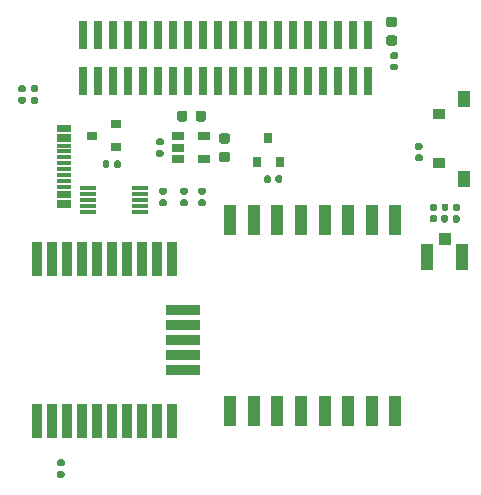
<source format=gbr>
G04 #@! TF.GenerationSoftware,KiCad,Pcbnew,(5.1.6)-1*
G04 #@! TF.CreationDate,2020-11-06T20:35:05+01:00*
G04 #@! TF.ProjectId,DynOSSAT-EDU-Comms,44796e4f-5353-4415-942d-4544552d436f,rev?*
G04 #@! TF.SameCoordinates,Original*
G04 #@! TF.FileFunction,Paste,Top*
G04 #@! TF.FilePolarity,Positive*
%FSLAX46Y46*%
G04 Gerber Fmt 4.6, Leading zero omitted, Abs format (unit mm)*
G04 Created by KiCad (PCBNEW (5.1.6)-1) date 2020-11-06 20:35:05*
%MOMM*%
%LPD*%
G01*
G04 APERTURE LIST*
%ADD10R,1.000000X1.450000*%
%ADD11R,1.000000X0.900000*%
%ADD12R,0.740000X2.400000*%
%ADD13R,1.050000X2.200000*%
%ADD14R,1.000000X1.050000*%
%ADD15R,1.150000X0.300000*%
%ADD16R,0.800000X0.900000*%
%ADD17R,0.900000X0.800000*%
%ADD18R,1.060000X0.650000*%
%ADD19R,0.900000X3.000000*%
%ADD20R,3.000000X0.900000*%
%ADD21R,1.000000X2.500000*%
%ADD22R,1.400000X0.300000*%
G04 APERTURE END LIST*
D10*
X169105000Y-102714000D03*
X169105000Y-95914000D03*
D11*
X167005000Y-97214000D03*
X167005000Y-101414000D03*
D12*
X136906000Y-94406000D03*
X136906000Y-90506000D03*
X138176000Y-94406000D03*
X138176000Y-90506000D03*
X139446000Y-94406000D03*
X139446000Y-90506000D03*
X140716000Y-94406000D03*
X140716000Y-90506000D03*
X141986000Y-94406000D03*
X141986000Y-90506000D03*
X143256000Y-94406000D03*
X143256000Y-90506000D03*
X144526000Y-94406000D03*
X144526000Y-90506000D03*
X145796000Y-94406000D03*
X145796000Y-90506000D03*
X147066000Y-94406000D03*
X147066000Y-90506000D03*
X148336000Y-94406000D03*
X148336000Y-90506000D03*
X149606000Y-94406000D03*
X149606000Y-90506000D03*
X150876000Y-94406000D03*
X150876000Y-90506000D03*
X152146000Y-94406000D03*
X152146000Y-90506000D03*
X153416000Y-94406000D03*
X153416000Y-90506000D03*
X154686000Y-94406000D03*
X154686000Y-90506000D03*
X155956000Y-94406000D03*
X155956000Y-90506000D03*
X157226000Y-94406000D03*
X157226000Y-90506000D03*
X158496000Y-94406000D03*
X158496000Y-90506000D03*
X159766000Y-94406000D03*
X159766000Y-90506000D03*
X161036000Y-94406000D03*
X161036000Y-90506000D03*
G36*
G01*
X146425400Y-97665250D02*
X146425400Y-97152750D01*
G75*
G02*
X146644150Y-96934000I218750J0D01*
G01*
X147081650Y-96934000D01*
G75*
G02*
X147300400Y-97152750I0J-218750D01*
G01*
X147300400Y-97665250D01*
G75*
G02*
X147081650Y-97884000I-218750J0D01*
G01*
X146644150Y-97884000D01*
G75*
G02*
X146425400Y-97665250I0J218750D01*
G01*
G37*
G36*
G01*
X144850400Y-97665250D02*
X144850400Y-97152750D01*
G75*
G02*
X145069150Y-96934000I218750J0D01*
G01*
X145506650Y-96934000D01*
G75*
G02*
X145725400Y-97152750I0J-218750D01*
G01*
X145725400Y-97665250D01*
G75*
G02*
X145506650Y-97884000I-218750J0D01*
G01*
X145069150Y-97884000D01*
G75*
G02*
X144850400Y-97665250I0J218750D01*
G01*
G37*
G36*
G01*
X148613150Y-98851000D02*
X149125650Y-98851000D01*
G75*
G02*
X149344400Y-99069750I0J-218750D01*
G01*
X149344400Y-99507250D01*
G75*
G02*
X149125650Y-99726000I-218750J0D01*
G01*
X148613150Y-99726000D01*
G75*
G02*
X148394400Y-99507250I0J218750D01*
G01*
X148394400Y-99069750D01*
G75*
G02*
X148613150Y-98851000I218750J0D01*
G01*
G37*
G36*
G01*
X148613150Y-100426000D02*
X149125650Y-100426000D01*
G75*
G02*
X149344400Y-100644750I0J-218750D01*
G01*
X149344400Y-101082250D01*
G75*
G02*
X149125650Y-101301000I-218750J0D01*
G01*
X148613150Y-101301000D01*
G75*
G02*
X148394400Y-101082250I0J218750D01*
G01*
X148394400Y-100644750D01*
G75*
G02*
X148613150Y-100426000I218750J0D01*
G01*
G37*
G36*
G01*
X168211000Y-105303100D02*
X168211000Y-104958100D01*
G75*
G02*
X168358500Y-104810600I147500J0D01*
G01*
X168653500Y-104810600D01*
G75*
G02*
X168801000Y-104958100I0J-147500D01*
G01*
X168801000Y-105303100D01*
G75*
G02*
X168653500Y-105450600I-147500J0D01*
G01*
X168358500Y-105450600D01*
G75*
G02*
X168211000Y-105303100I0J147500D01*
G01*
G37*
G36*
G01*
X167241000Y-105303100D02*
X167241000Y-104958100D01*
G75*
G02*
X167388500Y-104810600I147500J0D01*
G01*
X167683500Y-104810600D01*
G75*
G02*
X167831000Y-104958100I0J-147500D01*
G01*
X167831000Y-105303100D01*
G75*
G02*
X167683500Y-105450600I-147500J0D01*
G01*
X167388500Y-105450600D01*
G75*
G02*
X167241000Y-105303100I0J147500D01*
G01*
G37*
G36*
G01*
X167215600Y-106268300D02*
X167215600Y-105923300D01*
G75*
G02*
X167363100Y-105775800I147500J0D01*
G01*
X167658100Y-105775800D01*
G75*
G02*
X167805600Y-105923300I0J-147500D01*
G01*
X167805600Y-106268300D01*
G75*
G02*
X167658100Y-106415800I-147500J0D01*
G01*
X167363100Y-106415800D01*
G75*
G02*
X167215600Y-106268300I0J147500D01*
G01*
G37*
G36*
G01*
X168185600Y-106268300D02*
X168185600Y-105923300D01*
G75*
G02*
X168333100Y-105775800I147500J0D01*
G01*
X168628100Y-105775800D01*
G75*
G02*
X168775600Y-105923300I0J-147500D01*
G01*
X168775600Y-106268300D01*
G75*
G02*
X168628100Y-106415800I-147500J0D01*
G01*
X168333100Y-106415800D01*
G75*
G02*
X168185600Y-106268300I0J147500D01*
G01*
G37*
D13*
X166038000Y-109314000D03*
D14*
X167513000Y-107789000D03*
D13*
X168988000Y-109314000D03*
G36*
G01*
X166375300Y-104833200D02*
X166720300Y-104833200D01*
G75*
G02*
X166867800Y-104980700I0J-147500D01*
G01*
X166867800Y-105275700D01*
G75*
G02*
X166720300Y-105423200I-147500J0D01*
G01*
X166375300Y-105423200D01*
G75*
G02*
X166227800Y-105275700I0J147500D01*
G01*
X166227800Y-104980700D01*
G75*
G02*
X166375300Y-104833200I147500J0D01*
G01*
G37*
G36*
G01*
X166375300Y-105803200D02*
X166720300Y-105803200D01*
G75*
G02*
X166867800Y-105950700I0J-147500D01*
G01*
X166867800Y-106245700D01*
G75*
G02*
X166720300Y-106393200I-147500J0D01*
G01*
X166375300Y-106393200D01*
G75*
G02*
X166227800Y-106245700I0J147500D01*
G01*
X166227800Y-105950700D01*
G75*
G02*
X166375300Y-105803200I147500J0D01*
G01*
G37*
D15*
X135280400Y-104696500D03*
X135280400Y-104996500D03*
X135280400Y-103898000D03*
X135280400Y-104198000D03*
X135280400Y-103398000D03*
X135280400Y-102898000D03*
X135280400Y-102398000D03*
X135280400Y-101898000D03*
X135280400Y-101398000D03*
X135280400Y-100898000D03*
X135280400Y-100398000D03*
X135280400Y-99898000D03*
X135280400Y-99098000D03*
X135280400Y-99398000D03*
X135280400Y-98598000D03*
X135280400Y-98298000D03*
G36*
G01*
X132618700Y-95770200D02*
X132963700Y-95770200D01*
G75*
G02*
X133111200Y-95917700I0J-147500D01*
G01*
X133111200Y-96212700D01*
G75*
G02*
X132963700Y-96360200I-147500J0D01*
G01*
X132618700Y-96360200D01*
G75*
G02*
X132471200Y-96212700I0J147500D01*
G01*
X132471200Y-95917700D01*
G75*
G02*
X132618700Y-95770200I147500J0D01*
G01*
G37*
G36*
G01*
X132618700Y-94800200D02*
X132963700Y-94800200D01*
G75*
G02*
X133111200Y-94947700I0J-147500D01*
G01*
X133111200Y-95242700D01*
G75*
G02*
X132963700Y-95390200I-147500J0D01*
G01*
X132618700Y-95390200D01*
G75*
G02*
X132471200Y-95242700I0J147500D01*
G01*
X132471200Y-94947700D01*
G75*
G02*
X132618700Y-94800200I147500J0D01*
G01*
G37*
G36*
G01*
X131551900Y-94800200D02*
X131896900Y-94800200D01*
G75*
G02*
X132044400Y-94947700I0J-147500D01*
G01*
X132044400Y-95242700D01*
G75*
G02*
X131896900Y-95390200I-147500J0D01*
G01*
X131551900Y-95390200D01*
G75*
G02*
X131404400Y-95242700I0J147500D01*
G01*
X131404400Y-94947700D01*
G75*
G02*
X131551900Y-94800200I147500J0D01*
G01*
G37*
G36*
G01*
X131551900Y-95770200D02*
X131896900Y-95770200D01*
G75*
G02*
X132044400Y-95917700I0J-147500D01*
G01*
X132044400Y-96212700D01*
G75*
G02*
X131896900Y-96360200I-147500J0D01*
G01*
X131551900Y-96360200D01*
G75*
G02*
X131404400Y-96212700I0J147500D01*
G01*
X131404400Y-95917700D01*
G75*
G02*
X131551900Y-95770200I147500J0D01*
G01*
G37*
D16*
X151640500Y-101266500D03*
X153540500Y-101266500D03*
X152590500Y-99266500D03*
G36*
G01*
X152794200Y-102570500D02*
X152794200Y-102915500D01*
G75*
G02*
X152646700Y-103063000I-147500J0D01*
G01*
X152351700Y-103063000D01*
G75*
G02*
X152204200Y-102915500I0J147500D01*
G01*
X152204200Y-102570500D01*
G75*
G02*
X152351700Y-102423000I147500J0D01*
G01*
X152646700Y-102423000D01*
G75*
G02*
X152794200Y-102570500I0J-147500D01*
G01*
G37*
G36*
G01*
X153764200Y-102570500D02*
X153764200Y-102915500D01*
G75*
G02*
X153616700Y-103063000I-147500J0D01*
G01*
X153321700Y-103063000D01*
G75*
G02*
X153174200Y-102915500I0J147500D01*
G01*
X153174200Y-102570500D01*
G75*
G02*
X153321700Y-102423000I147500J0D01*
G01*
X153616700Y-102423000D01*
G75*
G02*
X153764200Y-102570500I0J-147500D01*
G01*
G37*
G36*
G01*
X134828500Y-126474000D02*
X135173500Y-126474000D01*
G75*
G02*
X135321000Y-126621500I0J-147500D01*
G01*
X135321000Y-126916500D01*
G75*
G02*
X135173500Y-127064000I-147500J0D01*
G01*
X134828500Y-127064000D01*
G75*
G02*
X134681000Y-126916500I0J147500D01*
G01*
X134681000Y-126621500D01*
G75*
G02*
X134828500Y-126474000I147500J0D01*
G01*
G37*
G36*
G01*
X134828500Y-127444000D02*
X135173500Y-127444000D01*
G75*
G02*
X135321000Y-127591500I0J-147500D01*
G01*
X135321000Y-127886500D01*
G75*
G02*
X135173500Y-128034000I-147500J0D01*
G01*
X134828500Y-128034000D01*
G75*
G02*
X134681000Y-127886500I0J147500D01*
G01*
X134681000Y-127591500D01*
G75*
G02*
X134828500Y-127444000I147500J0D01*
G01*
G37*
G36*
G01*
X143834900Y-105047000D02*
X143489900Y-105047000D01*
G75*
G02*
X143342400Y-104899500I0J147500D01*
G01*
X143342400Y-104604500D01*
G75*
G02*
X143489900Y-104457000I147500J0D01*
G01*
X143834900Y-104457000D01*
G75*
G02*
X143982400Y-104604500I0J-147500D01*
G01*
X143982400Y-104899500D01*
G75*
G02*
X143834900Y-105047000I-147500J0D01*
G01*
G37*
G36*
G01*
X143834900Y-104077000D02*
X143489900Y-104077000D01*
G75*
G02*
X143342400Y-103929500I0J147500D01*
G01*
X143342400Y-103634500D01*
G75*
G02*
X143489900Y-103487000I147500J0D01*
G01*
X143834900Y-103487000D01*
G75*
G02*
X143982400Y-103634500I0J-147500D01*
G01*
X143982400Y-103929500D01*
G75*
G02*
X143834900Y-104077000I-147500J0D01*
G01*
G37*
G36*
G01*
X162760950Y-88995800D02*
X163273450Y-88995800D01*
G75*
G02*
X163492200Y-89214550I0J-218750D01*
G01*
X163492200Y-89652050D01*
G75*
G02*
X163273450Y-89870800I-218750J0D01*
G01*
X162760950Y-89870800D01*
G75*
G02*
X162542200Y-89652050I0J218750D01*
G01*
X162542200Y-89214550D01*
G75*
G02*
X162760950Y-88995800I218750J0D01*
G01*
G37*
G36*
G01*
X162760950Y-90570800D02*
X163273450Y-90570800D01*
G75*
G02*
X163492200Y-90789550I0J-218750D01*
G01*
X163492200Y-91227050D01*
G75*
G02*
X163273450Y-91445800I-218750J0D01*
G01*
X162760950Y-91445800D01*
G75*
G02*
X162542200Y-91227050I0J218750D01*
G01*
X162542200Y-90789550D01*
G75*
G02*
X162760950Y-90570800I218750J0D01*
G01*
G37*
D17*
X139684000Y-100010000D03*
X139684000Y-98110000D03*
X137684000Y-99060000D03*
G36*
G01*
X165156100Y-100647000D02*
X165501100Y-100647000D01*
G75*
G02*
X165648600Y-100794500I0J-147500D01*
G01*
X165648600Y-101089500D01*
G75*
G02*
X165501100Y-101237000I-147500J0D01*
G01*
X165156100Y-101237000D01*
G75*
G02*
X165008600Y-101089500I0J147500D01*
G01*
X165008600Y-100794500D01*
G75*
G02*
X165156100Y-100647000I147500J0D01*
G01*
G37*
G36*
G01*
X165156100Y-99677000D02*
X165501100Y-99677000D01*
G75*
G02*
X165648600Y-99824500I0J-147500D01*
G01*
X165648600Y-100119500D01*
G75*
G02*
X165501100Y-100267000I-147500J0D01*
G01*
X165156100Y-100267000D01*
G75*
G02*
X165008600Y-100119500I0J147500D01*
G01*
X165008600Y-99824500D01*
G75*
G02*
X165156100Y-99677000I147500J0D01*
G01*
G37*
G36*
G01*
X145267900Y-104457000D02*
X145612900Y-104457000D01*
G75*
G02*
X145760400Y-104604500I0J-147500D01*
G01*
X145760400Y-104899500D01*
G75*
G02*
X145612900Y-105047000I-147500J0D01*
G01*
X145267900Y-105047000D01*
G75*
G02*
X145120400Y-104899500I0J147500D01*
G01*
X145120400Y-104604500D01*
G75*
G02*
X145267900Y-104457000I147500J0D01*
G01*
G37*
G36*
G01*
X145267900Y-103487000D02*
X145612900Y-103487000D01*
G75*
G02*
X145760400Y-103634500I0J-147500D01*
G01*
X145760400Y-103929500D01*
G75*
G02*
X145612900Y-104077000I-147500J0D01*
G01*
X145267900Y-104077000D01*
G75*
G02*
X145120400Y-103929500I0J147500D01*
G01*
X145120400Y-103634500D01*
G75*
G02*
X145267900Y-103487000I147500J0D01*
G01*
G37*
G36*
G01*
X146791900Y-103487000D02*
X147136900Y-103487000D01*
G75*
G02*
X147284400Y-103634500I0J-147500D01*
G01*
X147284400Y-103929500D01*
G75*
G02*
X147136900Y-104077000I-147500J0D01*
G01*
X146791900Y-104077000D01*
G75*
G02*
X146644400Y-103929500I0J147500D01*
G01*
X146644400Y-103634500D01*
G75*
G02*
X146791900Y-103487000I147500J0D01*
G01*
G37*
G36*
G01*
X146791900Y-104457000D02*
X147136900Y-104457000D01*
G75*
G02*
X147284400Y-104604500I0J-147500D01*
G01*
X147284400Y-104899500D01*
G75*
G02*
X147136900Y-105047000I-147500J0D01*
G01*
X146791900Y-105047000D01*
G75*
G02*
X146644400Y-104899500I0J147500D01*
G01*
X146644400Y-104604500D01*
G75*
G02*
X146791900Y-104457000I147500J0D01*
G01*
G37*
G36*
G01*
X143555500Y-100856000D02*
X143210500Y-100856000D01*
G75*
G02*
X143063000Y-100708500I0J147500D01*
G01*
X143063000Y-100413500D01*
G75*
G02*
X143210500Y-100266000I147500J0D01*
G01*
X143555500Y-100266000D01*
G75*
G02*
X143703000Y-100413500I0J-147500D01*
G01*
X143703000Y-100708500D01*
G75*
G02*
X143555500Y-100856000I-147500J0D01*
G01*
G37*
G36*
G01*
X143555500Y-99886000D02*
X143210500Y-99886000D01*
G75*
G02*
X143063000Y-99738500I0J147500D01*
G01*
X143063000Y-99443500D01*
G75*
G02*
X143210500Y-99296000I147500J0D01*
G01*
X143555500Y-99296000D01*
G75*
G02*
X143703000Y-99443500I0J-147500D01*
G01*
X143703000Y-99738500D01*
G75*
G02*
X143555500Y-99886000I-147500J0D01*
G01*
G37*
G36*
G01*
X139129000Y-101300500D02*
X139129000Y-101645500D01*
G75*
G02*
X138981500Y-101793000I-147500J0D01*
G01*
X138686500Y-101793000D01*
G75*
G02*
X138539000Y-101645500I0J147500D01*
G01*
X138539000Y-101300500D01*
G75*
G02*
X138686500Y-101153000I147500J0D01*
G01*
X138981500Y-101153000D01*
G75*
G02*
X139129000Y-101300500I0J-147500D01*
G01*
G37*
G36*
G01*
X140099000Y-101300500D02*
X140099000Y-101645500D01*
G75*
G02*
X139951500Y-101793000I-147500J0D01*
G01*
X139656500Y-101793000D01*
G75*
G02*
X139509000Y-101645500I0J147500D01*
G01*
X139509000Y-101300500D01*
G75*
G02*
X139656500Y-101153000I147500J0D01*
G01*
X139951500Y-101153000D01*
G75*
G02*
X140099000Y-101300500I0J-147500D01*
G01*
G37*
G36*
G01*
X163392900Y-93540800D02*
X163047900Y-93540800D01*
G75*
G02*
X162900400Y-93393300I0J147500D01*
G01*
X162900400Y-93098300D01*
G75*
G02*
X163047900Y-92950800I147500J0D01*
G01*
X163392900Y-92950800D01*
G75*
G02*
X163540400Y-93098300I0J-147500D01*
G01*
X163540400Y-93393300D01*
G75*
G02*
X163392900Y-93540800I-147500J0D01*
G01*
G37*
G36*
G01*
X163392900Y-92570800D02*
X163047900Y-92570800D01*
G75*
G02*
X162900400Y-92423300I0J147500D01*
G01*
X162900400Y-92128300D01*
G75*
G02*
X163047900Y-91980800I147500J0D01*
G01*
X163392900Y-91980800D01*
G75*
G02*
X163540400Y-92128300I0J-147500D01*
G01*
X163540400Y-92423300D01*
G75*
G02*
X163392900Y-92570800I-147500J0D01*
G01*
G37*
D18*
X144899200Y-99126000D03*
X144899200Y-100076000D03*
X144899200Y-101026000D03*
X147099200Y-101026000D03*
X147099200Y-99126000D03*
D19*
X133022000Y-123182000D03*
X134292000Y-123182000D03*
X135562000Y-123182000D03*
X136832000Y-123182000D03*
X138102000Y-123182000D03*
X139372000Y-123182000D03*
X140642000Y-123182000D03*
X141912000Y-123182000D03*
X143182000Y-123182000D03*
X144452000Y-123182000D03*
D20*
X145352000Y-116332000D03*
D19*
X144452000Y-109482000D03*
X143182000Y-109482000D03*
X141912000Y-109482000D03*
X140642000Y-109482000D03*
X139372000Y-109482000D03*
X138102000Y-109482000D03*
X136832000Y-109482000D03*
X135562000Y-109482000D03*
X134292000Y-109482000D03*
X133022000Y-109482000D03*
D20*
X145352000Y-118882000D03*
X145352000Y-117612000D03*
X145352000Y-115052000D03*
X145352000Y-113782000D03*
D21*
X149337000Y-122400000D03*
X151337000Y-122400000D03*
X153337000Y-122400000D03*
X155337000Y-122400000D03*
X157337000Y-122400000D03*
X159337000Y-122400000D03*
X161337000Y-122400000D03*
X163337000Y-122400000D03*
X163337000Y-106200000D03*
X161337000Y-106200000D03*
X159337000Y-106200000D03*
X157337000Y-106200000D03*
X155337000Y-106200000D03*
X153337000Y-106200000D03*
X151337000Y-106200000D03*
X149337000Y-106200000D03*
D22*
X137322200Y-103521000D03*
X137322200Y-104021000D03*
X137322200Y-104521000D03*
X137322200Y-105021000D03*
X137322200Y-105521000D03*
X141722200Y-105521000D03*
X141722200Y-105021000D03*
X141722200Y-104521000D03*
X141722200Y-104021000D03*
X141722200Y-103521000D03*
M02*

</source>
